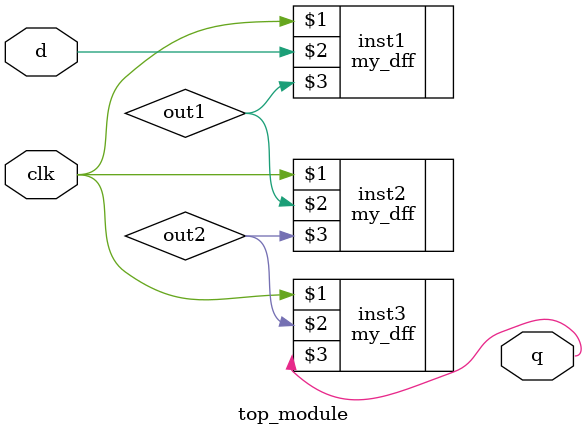
<source format=v>
module top_module ( input clk, input d, output q );
    
    wire out1, out2;
    
    my_dff inst1(clk, d, out1);
    
    my_dff inst2(clk, out1, out2);
    
    my_dff inst3(clk, out2, q);

endmodule

</source>
